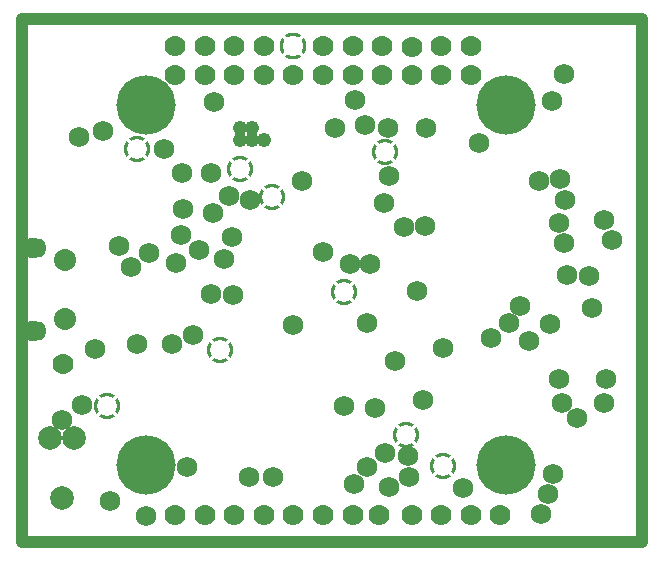
<source format=gbr>
%TF.GenerationSoftware,Altium Limited,Altium Designer,23.4.1 (23)*%
G04 Layer_Physical_Order=5*
G04 Layer_Color=128*
%FSLAX45Y45*%
%MOMM*%
%TF.SameCoordinates,89613459-525E-46B3-89E9-12AFD0ACEDA0*%
%TF.FilePolarity,Negative*%
%TF.FileFunction,Copper,L5,Inr,Plane*%
%TF.Part,Single*%
G01*
G75*
%TA.AperFunction,NonConductor*%
%ADD63C,1.01600*%
%TA.AperFunction,ViaPad*%
%ADD66C,2.00701*%
%TA.AperFunction,ComponentPad*%
%ADD67C,1.76600*%
%TA.AperFunction,ViaPad*%
G04:AMPARAMS|DCode=69|XSize=2.286mm|YSize=2.286mm|CornerRadius=0mm|HoleSize=0mm|Usage=FLASHONLY|Rotation=0.000|XOffset=0mm|YOffset=0mm|HoleType=Round|Shape=Relief|Width=0.254mm|Gap=0.254mm|Entries=4|*
%AMTHD69*
7,0,0,2.28600,1.77800,0.25400,45*
%
%ADD69THD69*%
%ADD70C,1.77800*%
%ADD71C,1.72720*%
G04:AMPARAMS|DCode=72|XSize=2.2352mm|YSize=2.2352mm|CornerRadius=0mm|HoleSize=0mm|Usage=FLASHONLY|Rotation=0.000|XOffset=0mm|YOffset=0mm|HoleType=Round|Shape=Relief|Width=0.254mm|Gap=0.254mm|Entries=4|*
%AMTHD72*
7,0,0,2.23520,1.72720,0.25400,45*
%
%ADD72THD72*%
%TA.AperFunction,ComponentPad*%
%ADD74C,1.86600*%
%ADD75O,2.31600X1.61600*%
%TA.AperFunction,ViaPad*%
%ADD76C,5.01600*%
%ADD77C,1.21600*%
D63*
X50000Y50000D02*
Y4475000D01*
X5300000D01*
Y50000D02*
Y4475000D01*
X50000Y50000D02*
X5300000D01*
D66*
X490220Y924560D02*
D03*
X388620Y416560D02*
D03*
X287020Y924560D02*
D03*
D67*
X399996Y1550000D02*
D03*
D69*
X2349996Y4249999D02*
D03*
D70*
X3850000Y4250000D02*
D03*
X3849998Y4000002D02*
D03*
X3600001D02*
D03*
X3599996Y4249999D02*
D03*
X3349994Y4240799D02*
D03*
X3349999Y4000002D02*
D03*
X3100002D02*
D03*
X3099997Y4249994D02*
D03*
X2850000D02*
D03*
Y4000002D02*
D03*
X2599998D02*
D03*
Y4249994D02*
D03*
X2099999Y4000002D02*
D03*
Y4249994D02*
D03*
X1849997Y4249999D02*
D03*
X1850002Y4000002D02*
D03*
X1600000D02*
D03*
Y4249994D02*
D03*
X1349998Y4249999D02*
D03*
Y3999997D02*
D03*
X4100000Y275000D02*
D03*
X3850000D02*
D03*
X3600000D02*
D03*
X3349999Y275000D02*
D03*
X3074998D02*
D03*
X2850000D02*
D03*
X2600003D02*
D03*
X2350001D02*
D03*
X1850002D02*
D03*
X1600000D02*
D03*
X1350003D02*
D03*
X2350001Y4000002D02*
D03*
X2099999Y275000D02*
D03*
D71*
X1762240Y2441396D02*
D03*
X1828841Y2630433D02*
D03*
X1351665Y2410178D02*
D03*
X3784600Y508000D02*
D03*
X736600Y3530600D02*
D03*
X533400Y3479800D02*
D03*
X1104900Y266700D02*
D03*
X393700Y1079500D02*
D03*
X4425000Y3100000D02*
D03*
X4610166Y3118962D02*
D03*
X1400000Y2650000D02*
D03*
X2700000Y3550000D02*
D03*
X2959333Y3578599D02*
D03*
X3150000Y3550000D02*
D03*
X1444560Y680387D02*
D03*
X1130968Y2494597D02*
D03*
X3155751Y3146167D02*
D03*
X1650796Y2149638D02*
D03*
X3317800Y774884D02*
D03*
X3397430Y2176178D02*
D03*
X2858894Y538404D02*
D03*
X2972601Y679739D02*
D03*
X4346102Y1748944D02*
D03*
X3445527Y1250000D02*
D03*
X1981985Y2946218D02*
D03*
X4271400Y2049011D02*
D03*
X4665941Y2309832D02*
D03*
X1835015Y2136364D02*
D03*
X1651473Y3170677D02*
D03*
X2424712Y3100970D02*
D03*
X3463714Y2725560D02*
D03*
X2976438Y1902389D02*
D03*
X4549820Y626565D02*
D03*
X4506695Y454899D02*
D03*
X4875000Y2025000D02*
D03*
X1418345Y2868345D02*
D03*
X3117175Y2918367D02*
D03*
X1403600Y3174870D02*
D03*
X1500000Y1800000D02*
D03*
X1325000Y1725000D02*
D03*
X794586Y394586D02*
D03*
X3156401Y516152D02*
D03*
X4539641Y3781488D02*
D03*
X4639081Y4010786D02*
D03*
X4445295Y287069D02*
D03*
X2781401Y1196097D02*
D03*
X3042671Y1185097D02*
D03*
X3209860Y1577740D02*
D03*
X3619504Y1687417D02*
D03*
X4175000Y1900000D02*
D03*
X4018901Y1775000D02*
D03*
X3125000Y800000D02*
D03*
X3324247Y598002D02*
D03*
X1669937Y2832598D02*
D03*
X1807755Y2977404D02*
D03*
X1552407Y2519770D02*
D03*
X875000Y2550000D02*
D03*
X1250000Y3375000D02*
D03*
X1675000Y3775000D02*
D03*
X2600000Y2500000D02*
D03*
X3001991Y2398274D02*
D03*
X2825000Y2400000D02*
D03*
X3475000Y3550000D02*
D03*
X3925000Y3425000D02*
D03*
X4521500Y1896428D02*
D03*
X3286386Y2709923D02*
D03*
X2349907Y1880690D02*
D03*
X1025002Y1724998D02*
D03*
X672254Y1676964D02*
D03*
X4850000Y2300000D02*
D03*
X4638602Y2577974D02*
D03*
X4600155Y2750748D02*
D03*
X5050000Y2600000D02*
D03*
X4648732Y2946214D02*
D03*
X2875000Y3791000D02*
D03*
X4975000Y2775000D02*
D03*
X4624842Y1225158D02*
D03*
X975000Y2375000D02*
D03*
X4750000Y1100000D02*
D03*
X4975000Y1225000D02*
D03*
X5000000Y1425000D02*
D03*
X559569Y1206206D02*
D03*
X4600000Y1425000D02*
D03*
X2175000Y600000D02*
D03*
X1975000D02*
D03*
D72*
X1899668Y3204108D02*
D03*
X2781779Y2159606D02*
D03*
X3300000Y951070D02*
D03*
X2171901Y2965796D02*
D03*
X767245Y1201051D02*
D03*
X1725000Y1675000D02*
D03*
X3618165Y693165D02*
D03*
X3125000Y3350000D02*
D03*
X1025000Y3375000D02*
D03*
D74*
X414401Y1934399D02*
D03*
Y2434398D02*
D03*
D75*
X144399Y1834399D02*
D03*
Y2534398D02*
D03*
D76*
X1100001Y699998D02*
D03*
X4150003Y3750000D02*
D03*
Y699998D02*
D03*
X1100001Y3750000D02*
D03*
D77*
X2099999Y3450000D02*
D03*
X1999999Y3550000D02*
D03*
Y3450000D02*
D03*
X1900000Y3550000D02*
D03*
Y3450000D02*
D03*
%TF.MD5,4ef386a51928a738d932105eb14fdad2*%
M02*

</source>
